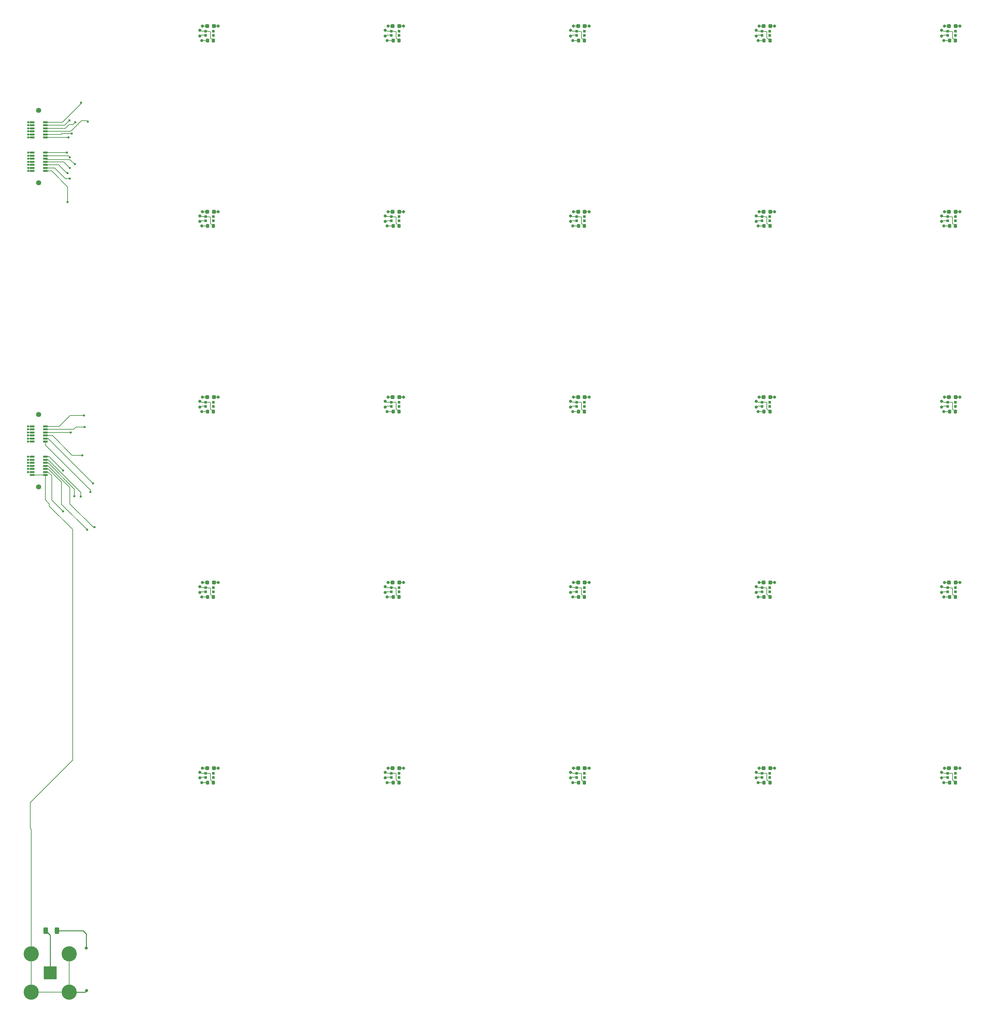
<source format=gbr>
%TF.GenerationSoftware,KiCad,Pcbnew,8.0.2-1*%
%TF.CreationDate,2024-08-01T10:45:17-04:00*%
%TF.ProjectId,OddLayers_1.3mm_SiPM,4f64644c-6179-4657-9273-5f312e336d6d,rev?*%
%TF.SameCoordinates,Original*%
%TF.FileFunction,Copper,L1,Top*%
%TF.FilePolarity,Positive*%
%FSLAX46Y46*%
G04 Gerber Fmt 4.6, Leading zero omitted, Abs format (unit mm)*
G04 Created by KiCad (PCBNEW 8.0.2-1) date 2024-08-01 10:45:17*
%MOMM*%
%LPD*%
G01*
G04 APERTURE LIST*
G04 Aperture macros list*
%AMRoundRect*
0 Rectangle with rounded corners*
0 $1 Rounding radius*
0 $2 $3 $4 $5 $6 $7 $8 $9 X,Y pos of 4 corners*
0 Add a 4 corners polygon primitive as box body*
4,1,4,$2,$3,$4,$5,$6,$7,$8,$9,$2,$3,0*
0 Add four circle primitives for the rounded corners*
1,1,$1+$1,$2,$3*
1,1,$1+$1,$4,$5*
1,1,$1+$1,$6,$7*
1,1,$1+$1,$8,$9*
0 Add four rect primitives between the rounded corners*
20,1,$1+$1,$2,$3,$4,$5,0*
20,1,$1+$1,$4,$5,$6,$7,0*
20,1,$1+$1,$6,$7,$8,$9,0*
20,1,$1+$1,$8,$9,$2,$3,0*%
G04 Aperture macros list end*
%TA.AperFunction,EtchedComponent*%
%ADD10C,0.200000*%
%TD*%
%TA.AperFunction,SMDPad,CuDef*%
%ADD11RoundRect,0.237500X-0.287500X-0.237500X0.287500X-0.237500X0.287500X0.237500X-0.287500X0.237500X0*%
%TD*%
%TA.AperFunction,SMDPad,CuDef*%
%ADD12RoundRect,0.225000X-0.225000X-0.250000X0.225000X-0.250000X0.225000X0.250000X-0.225000X0.250000X0*%
%TD*%
%TA.AperFunction,SMDPad,CuDef*%
%ADD13R,0.700000X0.700000*%
%TD*%
%TA.AperFunction,ComponentPad*%
%ADD14C,0.800000*%
%TD*%
%TA.AperFunction,SMDPad,CuDef*%
%ADD15R,1.200000X0.500000*%
%TD*%
%TA.AperFunction,ComponentPad*%
%ADD16C,1.348000*%
%TD*%
%TA.AperFunction,SMDPad,CuDef*%
%ADD17RoundRect,0.250000X-0.312500X-0.625000X0.312500X-0.625000X0.312500X0.625000X-0.312500X0.625000X0*%
%TD*%
%TA.AperFunction,ComponentPad*%
%ADD18R,3.500000X3.500000*%
%TD*%
%TA.AperFunction,ComponentPad*%
%ADD19C,4.000000*%
%TD*%
%TA.AperFunction,ViaPad*%
%ADD20C,0.800000*%
%TD*%
%TA.AperFunction,ViaPad*%
%ADD21C,0.600000*%
%TD*%
%TA.AperFunction,Conductor*%
%ADD22C,0.250000*%
%TD*%
%TA.AperFunction,Conductor*%
%ADD23C,0.200000*%
%TD*%
G04 APERTURE END LIST*
D10*
%TO.C,REF\u002A\u002A34*%
X297550000Y-167000000D02*
X298100000Y-167250000D01*
X297550000Y-168500000D02*
X298100000Y-168300000D01*
X298100000Y-167250000D02*
X299127500Y-167250000D01*
X298300000Y-165900000D02*
X299525000Y-165915000D01*
X299127500Y-167250000D02*
X300400000Y-167300000D01*
X299127500Y-168300000D02*
X298100000Y-168300000D01*
X299625000Y-169700000D02*
X298100000Y-169700000D01*
X300400000Y-167300000D02*
X300400000Y-169000000D01*
X300400000Y-169000000D02*
X301175000Y-169700000D01*
X301275000Y-165915000D02*
X302400000Y-165900000D01*
%TO.C,REF\u002A\u002A40*%
X102350000Y-264600000D02*
X102900000Y-264850000D01*
X102350000Y-266100000D02*
X102900000Y-265900000D01*
X102900000Y-264850000D02*
X103927500Y-264850000D01*
X103100000Y-263500000D02*
X104325000Y-263515000D01*
X103927500Y-264850000D02*
X105200000Y-264900000D01*
X103927500Y-265900000D02*
X102900000Y-265900000D01*
X104425000Y-267300000D02*
X102900000Y-267300000D01*
X105200000Y-264900000D02*
X105200000Y-266600000D01*
X105200000Y-266600000D02*
X105975000Y-267300000D01*
X106075000Y-263515000D02*
X107200000Y-263500000D01*
%TO.C,REF\u002A\u002A30*%
X102350000Y-167000000D02*
X102900000Y-167250000D01*
X102350000Y-168500000D02*
X102900000Y-168300000D01*
X102900000Y-167250000D02*
X103927500Y-167250000D01*
X103100000Y-165900000D02*
X104325000Y-165915000D01*
X103927500Y-167250000D02*
X105200000Y-167300000D01*
X103927500Y-168300000D02*
X102900000Y-168300000D01*
X104425000Y-169700000D02*
X102900000Y-169700000D01*
X105200000Y-167300000D02*
X105200000Y-169000000D01*
X105200000Y-169000000D02*
X105975000Y-169700000D01*
X106075000Y-165915000D02*
X107200000Y-165900000D01*
%TO.C,REF\u002A\u002A24*%
X297550000Y-69400000D02*
X298100000Y-69650000D01*
X297550000Y-70900000D02*
X298100000Y-70700000D01*
X298100000Y-69650000D02*
X299127500Y-69650000D01*
X298300000Y-68300000D02*
X299525000Y-68315000D01*
X299127500Y-69650000D02*
X300400000Y-69700000D01*
X299127500Y-70700000D02*
X298100000Y-70700000D01*
X299625000Y-72100000D02*
X298100000Y-72100000D01*
X300400000Y-69700000D02*
X300400000Y-71400000D01*
X300400000Y-71400000D02*
X301175000Y-72100000D01*
X301275000Y-68315000D02*
X302400000Y-68300000D01*
%TO.C,REF\u002A\u002A43*%
X248750000Y-264600000D02*
X249300000Y-264850000D01*
X248750000Y-266100000D02*
X249300000Y-265900000D01*
X249300000Y-264850000D02*
X250327500Y-264850000D01*
X249500000Y-263500000D02*
X250725000Y-263515000D01*
X250327500Y-264850000D02*
X251600000Y-264900000D01*
X250327500Y-265900000D02*
X249300000Y-265900000D01*
X250825000Y-267300000D02*
X249300000Y-267300000D01*
X251600000Y-264900000D02*
X251600000Y-266600000D01*
X251600000Y-266600000D02*
X252375000Y-267300000D01*
X252475000Y-263515000D02*
X253600000Y-263500000D01*
%TO.C,REF\u002A\u002A38*%
X248750000Y-215800000D02*
X249300000Y-216050000D01*
X248750000Y-217300000D02*
X249300000Y-217100000D01*
X249300000Y-216050000D02*
X250327500Y-216050000D01*
X249500000Y-214700000D02*
X250725000Y-214715000D01*
X250327500Y-216050000D02*
X251600000Y-216100000D01*
X250327500Y-217100000D02*
X249300000Y-217100000D01*
X250825000Y-218500000D02*
X249300000Y-218500000D01*
X251600000Y-216100000D02*
X251600000Y-217800000D01*
X251600000Y-217800000D02*
X252375000Y-218500000D01*
X252475000Y-214715000D02*
X253600000Y-214700000D01*
%TO.C,REF\u002A\u002A22*%
X199950000Y-69400000D02*
X200500000Y-69650000D01*
X199950000Y-70900000D02*
X200500000Y-70700000D01*
X200500000Y-69650000D02*
X201527500Y-69650000D01*
X200700000Y-68300000D02*
X201925000Y-68315000D01*
X201527500Y-69650000D02*
X202800000Y-69700000D01*
X201527500Y-70700000D02*
X200500000Y-70700000D01*
X202025000Y-72100000D02*
X200500000Y-72100000D01*
X202800000Y-69700000D02*
X202800000Y-71400000D01*
X202800000Y-71400000D02*
X203575000Y-72100000D01*
X203675000Y-68315000D02*
X204800000Y-68300000D01*
%TO.C,REF\u002A\u002A28*%
X248750000Y-118200000D02*
X249300000Y-118450000D01*
X248750000Y-119700000D02*
X249300000Y-119500000D01*
X249300000Y-118450000D02*
X250327500Y-118450000D01*
X249500000Y-117100000D02*
X250725000Y-117115000D01*
X250327500Y-118450000D02*
X251600000Y-118500000D01*
X250327500Y-119500000D02*
X249300000Y-119500000D01*
X250825000Y-120900000D02*
X249300000Y-120900000D01*
X251600000Y-118500000D02*
X251600000Y-120200000D01*
X251600000Y-120200000D02*
X252375000Y-120900000D01*
X252475000Y-117115000D02*
X253600000Y-117100000D01*
%TO.C,REF\u002A\u002A23*%
X248750000Y-69400000D02*
X249300000Y-69650000D01*
X248750000Y-70900000D02*
X249300000Y-70700000D01*
X249300000Y-69650000D02*
X250327500Y-69650000D01*
X249500000Y-68300000D02*
X250725000Y-68315000D01*
X250327500Y-69650000D02*
X251600000Y-69700000D01*
X250327500Y-70700000D02*
X249300000Y-70700000D01*
X250825000Y-72100000D02*
X249300000Y-72100000D01*
X251600000Y-69700000D02*
X251600000Y-71400000D01*
X251600000Y-71400000D02*
X252375000Y-72100000D01*
X252475000Y-68315000D02*
X253600000Y-68300000D01*
%TO.C,REF\u002A\u002A32*%
X199950000Y-167000000D02*
X200500000Y-167250000D01*
X199950000Y-168500000D02*
X200500000Y-168300000D01*
X200500000Y-167250000D02*
X201527500Y-167250000D01*
X200700000Y-165900000D02*
X201925000Y-165915000D01*
X201527500Y-167250000D02*
X202800000Y-167300000D01*
X201527500Y-168300000D02*
X200500000Y-168300000D01*
X202025000Y-169700000D02*
X200500000Y-169700000D01*
X202800000Y-167300000D02*
X202800000Y-169000000D01*
X202800000Y-169000000D02*
X203575000Y-169700000D01*
X203675000Y-165915000D02*
X204800000Y-165900000D01*
%TO.C,REF\u002A\u002A44*%
X297550000Y-264600000D02*
X298100000Y-264850000D01*
X297550000Y-266100000D02*
X298100000Y-265900000D01*
X298100000Y-264850000D02*
X299127500Y-264850000D01*
X298300000Y-263500000D02*
X299525000Y-263515000D01*
X299127500Y-264850000D02*
X300400000Y-264900000D01*
X299127500Y-265900000D02*
X298100000Y-265900000D01*
X299625000Y-267300000D02*
X298100000Y-267300000D01*
X300400000Y-264900000D02*
X300400000Y-266600000D01*
X300400000Y-266600000D02*
X301175000Y-267300000D01*
X301275000Y-263515000D02*
X302400000Y-263500000D01*
%TO.C,REF\u002A\u002A26*%
X151150000Y-118200000D02*
X151700000Y-118450000D01*
X151150000Y-119700000D02*
X151700000Y-119500000D01*
X151700000Y-118450000D02*
X152727500Y-118450000D01*
X151900000Y-117100000D02*
X153125000Y-117115000D01*
X152727500Y-118450000D02*
X154000000Y-118500000D01*
X152727500Y-119500000D02*
X151700000Y-119500000D01*
X153225000Y-120900000D02*
X151700000Y-120900000D01*
X154000000Y-118500000D02*
X154000000Y-120200000D01*
X154000000Y-120200000D02*
X154775000Y-120900000D01*
X154875000Y-117115000D02*
X156000000Y-117100000D01*
%TO.C,REF\u002A\u002A36*%
X151150000Y-215800000D02*
X151700000Y-216050000D01*
X151150000Y-217300000D02*
X151700000Y-217100000D01*
X151700000Y-216050000D02*
X152727500Y-216050000D01*
X151900000Y-214700000D02*
X153125000Y-214715000D01*
X152727500Y-216050000D02*
X154000000Y-216100000D01*
X152727500Y-217100000D02*
X151700000Y-217100000D01*
X153225000Y-218500000D02*
X151700000Y-218500000D01*
X154000000Y-216100000D02*
X154000000Y-217800000D01*
X154000000Y-217800000D02*
X154775000Y-218500000D01*
X154875000Y-214715000D02*
X156000000Y-214700000D01*
%TO.C,REF\u002A\u002A20*%
X102350000Y-69400000D02*
X102900000Y-69650000D01*
X102350000Y-70900000D02*
X102900000Y-70700000D01*
X102900000Y-69650000D02*
X103927500Y-69650000D01*
X103100000Y-68300000D02*
X104325000Y-68315000D01*
X103927500Y-69650000D02*
X105200000Y-69700000D01*
X103927500Y-70700000D02*
X102900000Y-70700000D01*
X104425000Y-72100000D02*
X102900000Y-72100000D01*
X105200000Y-69700000D02*
X105200000Y-71400000D01*
X105200000Y-71400000D02*
X105975000Y-72100000D01*
X106075000Y-68315000D02*
X107200000Y-68300000D01*
%TO.C,REF\u002A\u002A25*%
X102350000Y-118200000D02*
X102900000Y-118450000D01*
X102350000Y-119700000D02*
X102900000Y-119500000D01*
X102900000Y-118450000D02*
X103927500Y-118450000D01*
X103100000Y-117100000D02*
X104325000Y-117115000D01*
X103927500Y-118450000D02*
X105200000Y-118500000D01*
X103927500Y-119500000D02*
X102900000Y-119500000D01*
X104425000Y-120900000D02*
X102900000Y-120900000D01*
X105200000Y-118500000D02*
X105200000Y-120200000D01*
X105200000Y-120200000D02*
X105975000Y-120900000D01*
X106075000Y-117115000D02*
X107200000Y-117100000D01*
%TO.C,REF\u002A\u002A37*%
X199950000Y-215800000D02*
X200500000Y-216050000D01*
X199950000Y-217300000D02*
X200500000Y-217100000D01*
X200500000Y-216050000D02*
X201527500Y-216050000D01*
X200700000Y-214700000D02*
X201925000Y-214715000D01*
X201527500Y-216050000D02*
X202800000Y-216100000D01*
X201527500Y-217100000D02*
X200500000Y-217100000D01*
X202025000Y-218500000D02*
X200500000Y-218500000D01*
X202800000Y-216100000D02*
X202800000Y-217800000D01*
X202800000Y-217800000D02*
X203575000Y-218500000D01*
X203675000Y-214715000D02*
X204800000Y-214700000D01*
%TO.C,REF\u002A\u002A31*%
X151150000Y-167000000D02*
X151700000Y-167250000D01*
X151150000Y-168500000D02*
X151700000Y-168300000D01*
X151700000Y-167250000D02*
X152727500Y-167250000D01*
X151900000Y-165900000D02*
X153125000Y-165915000D01*
X152727500Y-167250000D02*
X154000000Y-167300000D01*
X152727500Y-168300000D02*
X151700000Y-168300000D01*
X153225000Y-169700000D02*
X151700000Y-169700000D01*
X154000000Y-167300000D02*
X154000000Y-169000000D01*
X154000000Y-169000000D02*
X154775000Y-169700000D01*
X154875000Y-165915000D02*
X156000000Y-165900000D01*
%TO.C,REF\u002A\u002A27*%
X199950000Y-118200000D02*
X200500000Y-118450000D01*
X199950000Y-119700000D02*
X200500000Y-119500000D01*
X200500000Y-118450000D02*
X201527500Y-118450000D01*
X200700000Y-117100000D02*
X201925000Y-117115000D01*
X201527500Y-118450000D02*
X202800000Y-118500000D01*
X201527500Y-119500000D02*
X200500000Y-119500000D01*
X202025000Y-120900000D02*
X200500000Y-120900000D01*
X202800000Y-118500000D02*
X202800000Y-120200000D01*
X202800000Y-120200000D02*
X203575000Y-120900000D01*
X203675000Y-117115000D02*
X204800000Y-117100000D01*
%TO.C,REF\u002A\u002A41*%
X151150000Y-264600000D02*
X151700000Y-264850000D01*
X151150000Y-266100000D02*
X151700000Y-265900000D01*
X151700000Y-264850000D02*
X152727500Y-264850000D01*
X151900000Y-263500000D02*
X153125000Y-263515000D01*
X152727500Y-264850000D02*
X154000000Y-264900000D01*
X152727500Y-265900000D02*
X151700000Y-265900000D01*
X153225000Y-267300000D02*
X151700000Y-267300000D01*
X154000000Y-264900000D02*
X154000000Y-266600000D01*
X154000000Y-266600000D02*
X154775000Y-267300000D01*
X154875000Y-263515000D02*
X156000000Y-263500000D01*
%TO.C,REF\u002A\u002A29*%
X297550000Y-118200000D02*
X298100000Y-118450000D01*
X297550000Y-119700000D02*
X298100000Y-119500000D01*
X298100000Y-118450000D02*
X299127500Y-118450000D01*
X298300000Y-117100000D02*
X299525000Y-117115000D01*
X299127500Y-118450000D02*
X300400000Y-118500000D01*
X299127500Y-119500000D02*
X298100000Y-119500000D01*
X299625000Y-120900000D02*
X298100000Y-120900000D01*
X300400000Y-118500000D02*
X300400000Y-120200000D01*
X300400000Y-120200000D02*
X301175000Y-120900000D01*
X301275000Y-117115000D02*
X302400000Y-117100000D01*
%TO.C,REF\u002A\u002A21*%
X151150000Y-69400000D02*
X151700000Y-69650000D01*
X151150000Y-70900000D02*
X151700000Y-70700000D01*
X151700000Y-69650000D02*
X152727500Y-69650000D01*
X151900000Y-68300000D02*
X153125000Y-68315000D01*
X152727500Y-69650000D02*
X154000000Y-69700000D01*
X152727500Y-70700000D02*
X151700000Y-70700000D01*
X153225000Y-72100000D02*
X151700000Y-72100000D01*
X154000000Y-69700000D02*
X154000000Y-71400000D01*
X154000000Y-71400000D02*
X154775000Y-72100000D01*
X154875000Y-68315000D02*
X156000000Y-68300000D01*
%TO.C,REF\u002A\u002A42*%
X199950000Y-264600000D02*
X200500000Y-264850000D01*
X199950000Y-266100000D02*
X200500000Y-265900000D01*
X200500000Y-264850000D02*
X201527500Y-264850000D01*
X200700000Y-263500000D02*
X201925000Y-263515000D01*
X201527500Y-264850000D02*
X202800000Y-264900000D01*
X201527500Y-265900000D02*
X200500000Y-265900000D01*
X202025000Y-267300000D02*
X200500000Y-267300000D01*
X202800000Y-264900000D02*
X202800000Y-266600000D01*
X202800000Y-266600000D02*
X203575000Y-267300000D01*
X203675000Y-263515000D02*
X204800000Y-263500000D01*
%TO.C,REF\u002A\u002A35*%
X102350000Y-215800000D02*
X102900000Y-216050000D01*
X102350000Y-217300000D02*
X102900000Y-217100000D01*
X102900000Y-216050000D02*
X103927500Y-216050000D01*
X103100000Y-214700000D02*
X104325000Y-214715000D01*
X103927500Y-216050000D02*
X105200000Y-216100000D01*
X103927500Y-217100000D02*
X102900000Y-217100000D01*
X104425000Y-218500000D02*
X102900000Y-218500000D01*
X105200000Y-216100000D02*
X105200000Y-217800000D01*
X105200000Y-217800000D02*
X105975000Y-218500000D01*
X106075000Y-214715000D02*
X107200000Y-214700000D01*
%TO.C,REF\u002A\u002A39*%
X297550000Y-215800000D02*
X298100000Y-216050000D01*
X297550000Y-217300000D02*
X298100000Y-217100000D01*
X298100000Y-216050000D02*
X299127500Y-216050000D01*
X298300000Y-214700000D02*
X299525000Y-214715000D01*
X299127500Y-216050000D02*
X300400000Y-216100000D01*
X299127500Y-217100000D02*
X298100000Y-217100000D01*
X299625000Y-218500000D02*
X298100000Y-218500000D01*
X300400000Y-216100000D02*
X300400000Y-217800000D01*
X300400000Y-217800000D02*
X301175000Y-218500000D01*
X301275000Y-214715000D02*
X302400000Y-214700000D01*
%TO.C,REF\u002A\u002A33*%
X248750000Y-167000000D02*
X249300000Y-167250000D01*
X248750000Y-168500000D02*
X249300000Y-168300000D01*
X249300000Y-167250000D02*
X250327500Y-167250000D01*
X249500000Y-165900000D02*
X250725000Y-165915000D01*
X250327500Y-167250000D02*
X251600000Y-167300000D01*
X250327500Y-168300000D02*
X249300000Y-168300000D01*
X250825000Y-169700000D02*
X249300000Y-169700000D01*
X251600000Y-167300000D02*
X251600000Y-169000000D01*
X251600000Y-169000000D02*
X252375000Y-169700000D01*
X252475000Y-165915000D02*
X253600000Y-165900000D01*
%TD*%
D11*
%TO.P,REF\u002A\u002A34,1*%
%TO.N,N/C*%
X299525000Y-165915000D03*
D12*
X299625000Y-169700000D03*
D13*
X301152500Y-167250000D03*
%TO.P,REF\u002A\u002A34,2*%
X299127500Y-167250000D03*
D12*
X301175000Y-169700000D03*
D11*
X301275000Y-165915000D03*
D13*
%TO.P,REF\u002A\u002A34,3*%
X299127500Y-168350000D03*
%TO.P,REF\u002A\u002A34,4*%
X301152500Y-168350000D03*
D14*
%TO.P,REF\u002A\u002A34,5*%
X298300000Y-165900000D03*
%TO.P,REF\u002A\u002A34,6*%
X302400000Y-165900000D03*
%TO.P,REF\u002A\u002A34,7*%
%TO.N,K14*%
X297550000Y-167000000D03*
%TO.P,REF\u002A\u002A34,8*%
%TO.N,A14*%
X297550000Y-168500000D03*
%TO.P,REF\u002A\u002A34,9*%
%TO.N,GND*%
X298100000Y-169700000D03*
%TD*%
D11*
%TO.P,REF\u002A\u002A40,1*%
%TO.N,N/C*%
X104325000Y-263515000D03*
D12*
X104425000Y-267300000D03*
D13*
X105952500Y-264850000D03*
%TO.P,REF\u002A\u002A40,2*%
X103927500Y-264850000D03*
D12*
X105975000Y-267300000D03*
D11*
X106075000Y-263515000D03*
D13*
%TO.P,REF\u002A\u002A40,3*%
X103927500Y-265950000D03*
%TO.P,REF\u002A\u002A40,4*%
X105952500Y-265950000D03*
D14*
%TO.P,REF\u002A\u002A40,5*%
X103100000Y-263500000D03*
%TO.P,REF\u002A\u002A40,6*%
X107200000Y-263500000D03*
%TO.P,REF\u002A\u002A40,7*%
%TO.N,K20*%
X102350000Y-264600000D03*
%TO.P,REF\u002A\u002A40,8*%
%TO.N,A20*%
X102350000Y-266100000D03*
%TO.P,REF\u002A\u002A40,9*%
%TO.N,GND*%
X102900000Y-267300000D03*
%TD*%
D11*
%TO.P,REF\u002A\u002A30,1*%
%TO.N,N/C*%
X104325000Y-165915000D03*
D12*
X104425000Y-169700000D03*
D13*
X105952500Y-167250000D03*
%TO.P,REF\u002A\u002A30,2*%
X103927500Y-167250000D03*
D12*
X105975000Y-169700000D03*
D11*
X106075000Y-165915000D03*
D13*
%TO.P,REF\u002A\u002A30,3*%
X103927500Y-168350000D03*
%TO.P,REF\u002A\u002A30,4*%
X105952500Y-168350000D03*
D14*
%TO.P,REF\u002A\u002A30,5*%
X103100000Y-165900000D03*
%TO.P,REF\u002A\u002A30,6*%
X107200000Y-165900000D03*
%TO.P,REF\u002A\u002A30,7*%
%TO.N,K10*%
X102350000Y-167000000D03*
%TO.P,REF\u002A\u002A30,8*%
%TO.N,A10*%
X102350000Y-168500000D03*
%TO.P,REF\u002A\u002A30,9*%
%TO.N,GND*%
X102900000Y-169700000D03*
%TD*%
D11*
%TO.P,REF\u002A\u002A24,1*%
%TO.N,N/C*%
X299525000Y-68315000D03*
D12*
X299625000Y-72100000D03*
D13*
X301152500Y-69650000D03*
%TO.P,REF\u002A\u002A24,2*%
X299127500Y-69650000D03*
D12*
X301175000Y-72100000D03*
D11*
X301275000Y-68315000D03*
D13*
%TO.P,REF\u002A\u002A24,3*%
X299127500Y-70750000D03*
%TO.P,REF\u002A\u002A24,4*%
X301152500Y-70750000D03*
D14*
%TO.P,REF\u002A\u002A24,5*%
X298300000Y-68300000D03*
%TO.P,REF\u002A\u002A24,6*%
X302400000Y-68300000D03*
%TO.P,REF\u002A\u002A24,7*%
%TO.N,K4*%
X297550000Y-69400000D03*
%TO.P,REF\u002A\u002A24,8*%
%TO.N,A4*%
X297550000Y-70900000D03*
%TO.P,REF\u002A\u002A24,9*%
%TO.N,GND*%
X298100000Y-72100000D03*
%TD*%
D15*
%TO.P,REF\u002A\u002A,01*%
%TO.N,A0*%
X58300000Y-93600000D03*
%TO.P,REF\u002A\u002A,02*%
%TO.N,K0*%
X61700000Y-93600000D03*
%TO.N,A1*%
X58300000Y-94400000D03*
%TO.P,REF\u002A\u002A,04*%
%TO.N,K1*%
X61700000Y-94400000D03*
%TO.P,REF\u002A\u002A,05*%
%TO.N,A2*%
X58300000Y-95200000D03*
%TO.P,REF\u002A\u002A,06*%
%TO.N,K2*%
X61700000Y-95200000D03*
%TO.P,REF\u002A\u002A,07*%
%TO.N,A3*%
X58300000Y-96000000D03*
%TO.P,REF\u002A\u002A,08*%
%TO.N,K3*%
X61700000Y-96000000D03*
%TO.P,REF\u002A\u002A,09*%
%TO.N,A4*%
X58300000Y-96800000D03*
%TO.P,REF\u002A\u002A,10*%
%TO.N,K4*%
X61700000Y-96800000D03*
%TO.P,REF\u002A\u002A,11*%
%TO.N,A5*%
X58300000Y-97600000D03*
%TO.P,REF\u002A\u002A,12*%
%TO.N,K5*%
X61700000Y-97600000D03*
%TO.P,REF\u002A\u002A,13*%
%TO.N,A6*%
X58300000Y-101600000D03*
%TO.P,REF\u002A\u002A,14*%
%TO.N,K6*%
X61700000Y-101600000D03*
%TO.P,REF\u002A\u002A,15*%
%TO.N,A7*%
X58300000Y-102400000D03*
%TO.P,REF\u002A\u002A,16*%
%TO.N,K7*%
X61700000Y-102400000D03*
%TO.P,REF\u002A\u002A,17*%
%TO.N,A8*%
X58300000Y-103200000D03*
%TO.P,REF\u002A\u002A,18*%
%TO.N,K8*%
X61700000Y-103200000D03*
%TO.P,REF\u002A\u002A,19*%
%TO.N,A9*%
X58300000Y-104000000D03*
%TO.P,REF\u002A\u002A,20*%
%TO.N,K9*%
X61700000Y-104000000D03*
%TO.P,REF\u002A\u002A,21*%
%TO.N,A10*%
X58300000Y-104800000D03*
%TO.P,REF\u002A\u002A,22*%
%TO.N,K10*%
X61700000Y-104800000D03*
%TO.P,REF\u002A\u002A,23*%
%TO.N,A11*%
X58300000Y-105600000D03*
%TO.P,REF\u002A\u002A,24*%
%TO.N,K11*%
X61700000Y-105600000D03*
%TO.P,REF\u002A\u002A,25*%
%TO.N,A12*%
X58300000Y-106400000D03*
%TO.P,REF\u002A\u002A,26*%
%TO.N,K12*%
X61700000Y-106400000D03*
D16*
%TO.P,REF\u002A\u002A,S1*%
%TO.N,N/C*%
X60000000Y-90505000D03*
%TO.P,REF\u002A\u002A,S2*%
X60000000Y-109495000D03*
%TD*%
D11*
%TO.P,REF\u002A\u002A43,1*%
%TO.N,N/C*%
X250725000Y-263515000D03*
D12*
X250825000Y-267300000D03*
D13*
X252352500Y-264850000D03*
%TO.P,REF\u002A\u002A43,2*%
X250327500Y-264850000D03*
D12*
X252375000Y-267300000D03*
D11*
X252475000Y-263515000D03*
D13*
%TO.P,REF\u002A\u002A43,3*%
X250327500Y-265950000D03*
%TO.P,REF\u002A\u002A43,4*%
X252352500Y-265950000D03*
D14*
%TO.P,REF\u002A\u002A43,5*%
X249500000Y-263500000D03*
%TO.P,REF\u002A\u002A43,6*%
X253600000Y-263500000D03*
%TO.P,REF\u002A\u002A43,7*%
%TO.N,K23*%
X248750000Y-264600000D03*
%TO.P,REF\u002A\u002A43,8*%
%TO.N,A23*%
X248750000Y-266100000D03*
%TO.P,REF\u002A\u002A43,9*%
%TO.N,GND*%
X249300000Y-267300000D03*
%TD*%
D11*
%TO.P,REF\u002A\u002A38,1*%
%TO.N,N/C*%
X250725000Y-214715000D03*
D12*
X250825000Y-218500000D03*
D13*
X252352500Y-216050000D03*
%TO.P,REF\u002A\u002A38,2*%
X250327500Y-216050000D03*
D12*
X252375000Y-218500000D03*
D11*
X252475000Y-214715000D03*
D13*
%TO.P,REF\u002A\u002A38,3*%
X250327500Y-217150000D03*
%TO.P,REF\u002A\u002A38,4*%
X252352500Y-217150000D03*
D14*
%TO.P,REF\u002A\u002A38,5*%
X249500000Y-214700000D03*
%TO.P,REF\u002A\u002A38,6*%
X253600000Y-214700000D03*
%TO.P,REF\u002A\u002A38,7*%
%TO.N,K18*%
X248750000Y-215800000D03*
%TO.P,REF\u002A\u002A38,8*%
%TO.N,A18*%
X248750000Y-217300000D03*
%TO.P,REF\u002A\u002A38,9*%
%TO.N,GND*%
X249300000Y-218500000D03*
%TD*%
D11*
%TO.P,REF\u002A\u002A22,1*%
%TO.N,N/C*%
X201925000Y-68315000D03*
D12*
X202025000Y-72100000D03*
D13*
X203552500Y-69650000D03*
%TO.P,REF\u002A\u002A22,2*%
X201527500Y-69650000D03*
D12*
X203575000Y-72100000D03*
D11*
X203675000Y-68315000D03*
D13*
%TO.P,REF\u002A\u002A22,3*%
X201527500Y-70750000D03*
%TO.P,REF\u002A\u002A22,4*%
X203552500Y-70750000D03*
D14*
%TO.P,REF\u002A\u002A22,5*%
X200700000Y-68300000D03*
%TO.P,REF\u002A\u002A22,6*%
X204800000Y-68300000D03*
%TO.P,REF\u002A\u002A22,7*%
%TO.N,K2*%
X199950000Y-69400000D03*
%TO.P,REF\u002A\u002A22,8*%
%TO.N,A2*%
X199950000Y-70900000D03*
%TO.P,REF\u002A\u002A22,9*%
%TO.N,GND*%
X200500000Y-72100000D03*
%TD*%
D15*
%TO.P,REF\u002A\u002A,01*%
%TO.N,A13*%
X58300000Y-173600000D03*
%TO.P,REF\u002A\u002A,02*%
%TO.N,K13*%
X61700000Y-173600000D03*
%TO.N,A14*%
X58300000Y-174400000D03*
%TO.P,REF\u002A\u002A,04*%
%TO.N,K14*%
X61700000Y-174400000D03*
%TO.P,REF\u002A\u002A,05*%
%TO.N,A15*%
X58300000Y-175200000D03*
%TO.P,REF\u002A\u002A,06*%
%TO.N,K15*%
X61700000Y-175200000D03*
%TO.P,REF\u002A\u002A,07*%
%TO.N,A16*%
X58300000Y-176000000D03*
%TO.P,REF\u002A\u002A,08*%
%TO.N,K16*%
X61700000Y-176000000D03*
%TO.P,REF\u002A\u002A,09*%
%TO.N,A17*%
X58300000Y-176800000D03*
%TO.P,REF\u002A\u002A,10*%
%TO.N,K17*%
X61700000Y-176800000D03*
%TO.P,REF\u002A\u002A,11*%
%TO.N,A18*%
X58300000Y-177600000D03*
%TO.P,REF\u002A\u002A,12*%
%TO.N,K18*%
X61700000Y-177600000D03*
%TO.P,REF\u002A\u002A,13*%
%TO.N,A19*%
X58300000Y-181600000D03*
%TO.P,REF\u002A\u002A,14*%
%TO.N,K19*%
X61700000Y-181600000D03*
%TO.P,REF\u002A\u002A,15*%
%TO.N,A20*%
X58300000Y-182400000D03*
%TO.P,REF\u002A\u002A,16*%
%TO.N,K20*%
X61700000Y-182400000D03*
%TO.P,REF\u002A\u002A,17*%
%TO.N,A21*%
X58300000Y-183200000D03*
%TO.P,REF\u002A\u002A,18*%
%TO.N,K21*%
X61700000Y-183200000D03*
%TO.P,REF\u002A\u002A,19*%
%TO.N,A22*%
X58300000Y-184000000D03*
%TO.P,REF\u002A\u002A,20*%
%TO.N,K22*%
X61700000Y-184000000D03*
%TO.P,REF\u002A\u002A,21*%
%TO.N,A23*%
X58300000Y-184800000D03*
%TO.P,REF\u002A\u002A,22*%
%TO.N,K23*%
X61700000Y-184800000D03*
%TO.P,REF\u002A\u002A,23*%
%TO.N,A24*%
X58300000Y-185600000D03*
%TO.P,REF\u002A\u002A,24*%
%TO.N,K24*%
X61700000Y-185600000D03*
%TO.P,REF\u002A\u002A,25*%
%TO.N,GND*%
X58300000Y-186400000D03*
%TO.P,REF\u002A\u002A,26*%
X61700000Y-186400000D03*
D16*
%TO.P,REF\u002A\u002A,S1*%
%TO.N,N/C*%
X60000000Y-170505000D03*
%TO.P,REF\u002A\u002A,S2*%
X60000000Y-189495000D03*
%TD*%
D11*
%TO.P,REF\u002A\u002A28,1*%
%TO.N,N/C*%
X250725000Y-117115000D03*
D12*
X250825000Y-120900000D03*
D13*
X252352500Y-118450000D03*
%TO.P,REF\u002A\u002A28,2*%
X250327500Y-118450000D03*
D12*
X252375000Y-120900000D03*
D11*
X252475000Y-117115000D03*
D13*
%TO.P,REF\u002A\u002A28,3*%
X250327500Y-119550000D03*
%TO.P,REF\u002A\u002A28,4*%
X252352500Y-119550000D03*
D14*
%TO.P,REF\u002A\u002A28,5*%
X249500000Y-117100000D03*
%TO.P,REF\u002A\u002A28,6*%
X253600000Y-117100000D03*
%TO.P,REF\u002A\u002A28,7*%
%TO.N,K8*%
X248750000Y-118200000D03*
%TO.P,REF\u002A\u002A28,8*%
%TO.N,A8*%
X248750000Y-119700000D03*
%TO.P,REF\u002A\u002A28,9*%
%TO.N,GND*%
X249300000Y-120900000D03*
%TD*%
D11*
%TO.P,REF\u002A\u002A23,1*%
%TO.N,N/C*%
X250725000Y-68315000D03*
D12*
X250825000Y-72100000D03*
D13*
X252352500Y-69650000D03*
%TO.P,REF\u002A\u002A23,2*%
X250327500Y-69650000D03*
D12*
X252375000Y-72100000D03*
D11*
X252475000Y-68315000D03*
D13*
%TO.P,REF\u002A\u002A23,3*%
X250327500Y-70750000D03*
%TO.P,REF\u002A\u002A23,4*%
X252352500Y-70750000D03*
D14*
%TO.P,REF\u002A\u002A23,5*%
X249500000Y-68300000D03*
%TO.P,REF\u002A\u002A23,6*%
X253600000Y-68300000D03*
%TO.P,REF\u002A\u002A23,7*%
%TO.N,K3*%
X248750000Y-69400000D03*
%TO.P,REF\u002A\u002A23,8*%
%TO.N,A3*%
X248750000Y-70900000D03*
%TO.P,REF\u002A\u002A23,9*%
%TO.N,GND*%
X249300000Y-72100000D03*
%TD*%
D11*
%TO.P,REF\u002A\u002A32,1*%
%TO.N,N/C*%
X201925000Y-165915000D03*
D12*
X202025000Y-169700000D03*
D13*
X203552500Y-167250000D03*
%TO.P,REF\u002A\u002A32,2*%
X201527500Y-167250000D03*
D12*
X203575000Y-169700000D03*
D11*
X203675000Y-165915000D03*
D13*
%TO.P,REF\u002A\u002A32,3*%
X201527500Y-168350000D03*
%TO.P,REF\u002A\u002A32,4*%
X203552500Y-168350000D03*
D14*
%TO.P,REF\u002A\u002A32,5*%
X200700000Y-165900000D03*
%TO.P,REF\u002A\u002A32,6*%
X204800000Y-165900000D03*
%TO.P,REF\u002A\u002A32,7*%
%TO.N,K12*%
X199950000Y-167000000D03*
%TO.P,REF\u002A\u002A32,8*%
%TO.N,A12*%
X199950000Y-168500000D03*
%TO.P,REF\u002A\u002A32,9*%
%TO.N,GND*%
X200500000Y-169700000D03*
%TD*%
D11*
%TO.P,REF\u002A\u002A44,1*%
%TO.N,N/C*%
X299525000Y-263515000D03*
D12*
X299625000Y-267300000D03*
D13*
X301152500Y-264850000D03*
%TO.P,REF\u002A\u002A44,2*%
X299127500Y-264850000D03*
D12*
X301175000Y-267300000D03*
D11*
X301275000Y-263515000D03*
D13*
%TO.P,REF\u002A\u002A44,3*%
X299127500Y-265950000D03*
%TO.P,REF\u002A\u002A44,4*%
X301152500Y-265950000D03*
D14*
%TO.P,REF\u002A\u002A44,5*%
X298300000Y-263500000D03*
%TO.P,REF\u002A\u002A44,6*%
X302400000Y-263500000D03*
%TO.P,REF\u002A\u002A44,7*%
%TO.N,K24*%
X297550000Y-264600000D03*
%TO.P,REF\u002A\u002A44,8*%
%TO.N,A24*%
X297550000Y-266100000D03*
%TO.P,REF\u002A\u002A44,9*%
%TO.N,GND*%
X298100000Y-267300000D03*
%TD*%
D11*
%TO.P,REF\u002A\u002A26,1*%
%TO.N,N/C*%
X153125000Y-117115000D03*
D12*
X153225000Y-120900000D03*
D13*
X154752500Y-118450000D03*
%TO.P,REF\u002A\u002A26,2*%
X152727500Y-118450000D03*
D12*
X154775000Y-120900000D03*
D11*
X154875000Y-117115000D03*
D13*
%TO.P,REF\u002A\u002A26,3*%
X152727500Y-119550000D03*
%TO.P,REF\u002A\u002A26,4*%
X154752500Y-119550000D03*
D14*
%TO.P,REF\u002A\u002A26,5*%
X151900000Y-117100000D03*
%TO.P,REF\u002A\u002A26,6*%
X156000000Y-117100000D03*
%TO.P,REF\u002A\u002A26,7*%
%TO.N,K6*%
X151150000Y-118200000D03*
%TO.P,REF\u002A\u002A26,8*%
%TO.N,A6*%
X151150000Y-119700000D03*
%TO.P,REF\u002A\u002A26,9*%
%TO.N,GND*%
X151700000Y-120900000D03*
%TD*%
D11*
%TO.P,REF\u002A\u002A36,1*%
%TO.N,N/C*%
X153125000Y-214715000D03*
D12*
X153225000Y-218500000D03*
D13*
X154752500Y-216050000D03*
%TO.P,REF\u002A\u002A36,2*%
X152727500Y-216050000D03*
D12*
X154775000Y-218500000D03*
D11*
X154875000Y-214715000D03*
D13*
%TO.P,REF\u002A\u002A36,3*%
X152727500Y-217150000D03*
%TO.P,REF\u002A\u002A36,4*%
X154752500Y-217150000D03*
D14*
%TO.P,REF\u002A\u002A36,5*%
X151900000Y-214700000D03*
%TO.P,REF\u002A\u002A36,6*%
X156000000Y-214700000D03*
%TO.P,REF\u002A\u002A36,7*%
%TO.N,K16*%
X151150000Y-215800000D03*
%TO.P,REF\u002A\u002A36,8*%
%TO.N,A16*%
X151150000Y-217300000D03*
%TO.P,REF\u002A\u002A36,9*%
%TO.N,GND*%
X151700000Y-218500000D03*
%TD*%
D11*
%TO.P,REF\u002A\u002A20,1*%
%TO.N,N/C*%
X104325000Y-68315000D03*
D12*
X104425000Y-72100000D03*
D13*
X105952500Y-69650000D03*
%TO.P,REF\u002A\u002A20,2*%
X103927500Y-69650000D03*
D12*
X105975000Y-72100000D03*
D11*
X106075000Y-68315000D03*
D13*
%TO.P,REF\u002A\u002A20,3*%
X103927500Y-70750000D03*
%TO.P,REF\u002A\u002A20,4*%
X105952500Y-70750000D03*
D14*
%TO.P,REF\u002A\u002A20,5*%
%TO.N,GND*%
X103100000Y-68300000D03*
%TO.P,REF\u002A\u002A20,6*%
%TO.N,N/C*%
X107200000Y-68300000D03*
%TO.P,REF\u002A\u002A20,7*%
%TO.N,K0*%
X102350000Y-69400000D03*
%TO.P,REF\u002A\u002A20,8*%
%TO.N,A0*%
X102350000Y-70900000D03*
%TO.P,REF\u002A\u002A20,9*%
%TO.N,GND*%
X102900000Y-72100000D03*
%TD*%
D11*
%TO.P,REF\u002A\u002A25,1*%
%TO.N,N/C*%
X104325000Y-117115000D03*
D12*
X104425000Y-120900000D03*
D13*
X105952500Y-118450000D03*
%TO.P,REF\u002A\u002A25,2*%
X103927500Y-118450000D03*
D12*
X105975000Y-120900000D03*
D11*
X106075000Y-117115000D03*
D13*
%TO.P,REF\u002A\u002A25,3*%
X103927500Y-119550000D03*
%TO.P,REF\u002A\u002A25,4*%
X105952500Y-119550000D03*
D14*
%TO.P,REF\u002A\u002A25,5*%
X103100000Y-117100000D03*
%TO.P,REF\u002A\u002A25,6*%
X107200000Y-117100000D03*
%TO.P,REF\u002A\u002A25,7*%
%TO.N,K5*%
X102350000Y-118200000D03*
%TO.P,REF\u002A\u002A25,8*%
%TO.N,A5*%
X102350000Y-119700000D03*
%TO.P,REF\u002A\u002A25,9*%
%TO.N,GND*%
X102900000Y-120900000D03*
%TD*%
D11*
%TO.P,REF\u002A\u002A37,1*%
%TO.N,N/C*%
X201925000Y-214715000D03*
D12*
X202025000Y-218500000D03*
D13*
X203552500Y-216050000D03*
%TO.P,REF\u002A\u002A37,2*%
X201527500Y-216050000D03*
D12*
X203575000Y-218500000D03*
D11*
X203675000Y-214715000D03*
D13*
%TO.P,REF\u002A\u002A37,3*%
X201527500Y-217150000D03*
%TO.P,REF\u002A\u002A37,4*%
X203552500Y-217150000D03*
D14*
%TO.P,REF\u002A\u002A37,5*%
X200700000Y-214700000D03*
%TO.P,REF\u002A\u002A37,6*%
X204800000Y-214700000D03*
%TO.P,REF\u002A\u002A37,7*%
%TO.N,K17*%
X199950000Y-215800000D03*
%TO.P,REF\u002A\u002A37,8*%
%TO.N,A17*%
X199950000Y-217300000D03*
%TO.P,REF\u002A\u002A37,9*%
%TO.N,GND*%
X200500000Y-218500000D03*
%TD*%
D11*
%TO.P,REF\u002A\u002A31,1*%
%TO.N,N/C*%
X153125000Y-165915000D03*
D12*
X153225000Y-169700000D03*
D13*
X154752500Y-167250000D03*
%TO.P,REF\u002A\u002A31,2*%
X152727500Y-167250000D03*
D12*
X154775000Y-169700000D03*
D11*
X154875000Y-165915000D03*
D13*
%TO.P,REF\u002A\u002A31,3*%
X152727500Y-168350000D03*
%TO.P,REF\u002A\u002A31,4*%
X154752500Y-168350000D03*
D14*
%TO.P,REF\u002A\u002A31,5*%
X151900000Y-165900000D03*
%TO.P,REF\u002A\u002A31,6*%
X156000000Y-165900000D03*
%TO.P,REF\u002A\u002A31,7*%
%TO.N,K11*%
X151150000Y-167000000D03*
%TO.P,REF\u002A\u002A31,8*%
%TO.N,A11*%
X151150000Y-168500000D03*
%TO.P,REF\u002A\u002A31,9*%
%TO.N,GND*%
X151700000Y-169700000D03*
%TD*%
D11*
%TO.P,REF\u002A\u002A27,1*%
%TO.N,N/C*%
X201925000Y-117115000D03*
D12*
X202025000Y-120900000D03*
D13*
X203552500Y-118450000D03*
%TO.P,REF\u002A\u002A27,2*%
X201527500Y-118450000D03*
D12*
X203575000Y-120900000D03*
D11*
X203675000Y-117115000D03*
D13*
%TO.P,REF\u002A\u002A27,3*%
X201527500Y-119550000D03*
%TO.P,REF\u002A\u002A27,4*%
X203552500Y-119550000D03*
D14*
%TO.P,REF\u002A\u002A27,5*%
X200700000Y-117100000D03*
%TO.P,REF\u002A\u002A27,6*%
X204800000Y-117100000D03*
%TO.P,REF\u002A\u002A27,7*%
%TO.N,K7*%
X199950000Y-118200000D03*
%TO.P,REF\u002A\u002A27,8*%
%TO.N,A7*%
X199950000Y-119700000D03*
%TO.P,REF\u002A\u002A27,9*%
%TO.N,GND*%
X200500000Y-120900000D03*
%TD*%
D11*
%TO.P,REF\u002A\u002A41,1*%
%TO.N,N/C*%
X153125000Y-263515000D03*
D12*
X153225000Y-267300000D03*
D13*
X154752500Y-264850000D03*
%TO.P,REF\u002A\u002A41,2*%
X152727500Y-264850000D03*
D12*
X154775000Y-267300000D03*
D11*
X154875000Y-263515000D03*
D13*
%TO.P,REF\u002A\u002A41,3*%
X152727500Y-265950000D03*
%TO.P,REF\u002A\u002A41,4*%
X154752500Y-265950000D03*
D14*
%TO.P,REF\u002A\u002A41,5*%
X151900000Y-263500000D03*
%TO.P,REF\u002A\u002A41,6*%
X156000000Y-263500000D03*
%TO.P,REF\u002A\u002A41,7*%
%TO.N,K21*%
X151150000Y-264600000D03*
%TO.P,REF\u002A\u002A41,8*%
%TO.N,A21*%
X151150000Y-266100000D03*
%TO.P,REF\u002A\u002A41,9*%
%TO.N,GND*%
X151700000Y-267300000D03*
%TD*%
D11*
%TO.P,REF\u002A\u002A29,1*%
%TO.N,N/C*%
X299525000Y-117115000D03*
D12*
X299625000Y-120900000D03*
D13*
X301152500Y-118450000D03*
%TO.P,REF\u002A\u002A29,2*%
X299127500Y-118450000D03*
D12*
X301175000Y-120900000D03*
D11*
X301275000Y-117115000D03*
D13*
%TO.P,REF\u002A\u002A29,3*%
X299127500Y-119550000D03*
%TO.P,REF\u002A\u002A29,4*%
X301152500Y-119550000D03*
D14*
%TO.P,REF\u002A\u002A29,5*%
X298300000Y-117100000D03*
%TO.P,REF\u002A\u002A29,6*%
X302400000Y-117100000D03*
%TO.P,REF\u002A\u002A29,7*%
%TO.N,K9*%
X297550000Y-118200000D03*
%TO.P,REF\u002A\u002A29,8*%
%TO.N,A9*%
X297550000Y-119700000D03*
%TO.P,REF\u002A\u002A29,9*%
%TO.N,GND*%
X298100000Y-120900000D03*
%TD*%
D17*
%TO.P,50 \u03A9,1*%
%TO.N,N/C*%
X61837500Y-306300000D03*
%TO.P,50 \u03A9,2*%
X64762500Y-306300000D03*
%TD*%
D11*
%TO.P,REF\u002A\u002A21,1*%
%TO.N,N/C*%
X153125000Y-68315000D03*
D12*
X153225000Y-72100000D03*
D13*
X154752500Y-69650000D03*
%TO.P,REF\u002A\u002A21,2*%
X152727500Y-69650000D03*
D12*
X154775000Y-72100000D03*
D11*
X154875000Y-68315000D03*
D13*
%TO.P,REF\u002A\u002A21,3*%
X152727500Y-70750000D03*
%TO.P,REF\u002A\u002A21,4*%
X154752500Y-70750000D03*
D14*
%TO.P,REF\u002A\u002A21,5*%
X151900000Y-68300000D03*
%TO.P,REF\u002A\u002A21,6*%
X156000000Y-68300000D03*
%TO.P,REF\u002A\u002A21,7*%
%TO.N,K1*%
X151150000Y-69400000D03*
%TO.P,REF\u002A\u002A21,8*%
%TO.N,A1*%
X151150000Y-70900000D03*
%TO.P,REF\u002A\u002A21,9*%
%TO.N,GND*%
X151700000Y-72100000D03*
%TD*%
D18*
%TO.P,LEDs,1*%
%TO.N,N/C*%
X63000000Y-317400000D03*
D19*
%TO.P,LEDs,2*%
%TO.N,GND*%
X57975000Y-322425000D03*
X68025000Y-322425000D03*
X57975000Y-312375000D03*
X68025000Y-312375000D03*
%TD*%
D11*
%TO.P,REF\u002A\u002A42,1*%
%TO.N,N/C*%
X201925000Y-263515000D03*
D12*
X202025000Y-267300000D03*
D13*
X203552500Y-264850000D03*
%TO.P,REF\u002A\u002A42,2*%
X201527500Y-264850000D03*
D12*
X203575000Y-267300000D03*
D11*
X203675000Y-263515000D03*
D13*
%TO.P,REF\u002A\u002A42,3*%
X201527500Y-265950000D03*
%TO.P,REF\u002A\u002A42,4*%
X203552500Y-265950000D03*
D14*
%TO.P,REF\u002A\u002A42,5*%
X200700000Y-263500000D03*
%TO.P,REF\u002A\u002A42,6*%
X204800000Y-263500000D03*
%TO.P,REF\u002A\u002A42,7*%
%TO.N,K22*%
X199950000Y-264600000D03*
%TO.P,REF\u002A\u002A42,8*%
%TO.N,A22*%
X199950000Y-266100000D03*
%TO.P,REF\u002A\u002A42,9*%
%TO.N,GND*%
X200500000Y-267300000D03*
%TD*%
D11*
%TO.P,REF\u002A\u002A35,1*%
%TO.N,N/C*%
X104325000Y-214715000D03*
D12*
X104425000Y-218500000D03*
D13*
X105952500Y-216050000D03*
%TO.P,REF\u002A\u002A35,2*%
X103927500Y-216050000D03*
D12*
X105975000Y-218500000D03*
D11*
X106075000Y-214715000D03*
D13*
%TO.P,REF\u002A\u002A35,3*%
X103927500Y-217150000D03*
%TO.P,REF\u002A\u002A35,4*%
X105952500Y-217150000D03*
D14*
%TO.P,REF\u002A\u002A35,5*%
X103100000Y-214700000D03*
%TO.P,REF\u002A\u002A35,6*%
X107200000Y-214700000D03*
%TO.P,REF\u002A\u002A35,7*%
%TO.N,K15*%
X102350000Y-215800000D03*
%TO.P,REF\u002A\u002A35,8*%
%TO.N,A15*%
X102350000Y-217300000D03*
%TO.P,REF\u002A\u002A35,9*%
%TO.N,GND*%
X102900000Y-218500000D03*
%TD*%
D11*
%TO.P,REF\u002A\u002A39,1*%
%TO.N,N/C*%
X299525000Y-214715000D03*
D12*
X299625000Y-218500000D03*
D13*
X301152500Y-216050000D03*
%TO.P,REF\u002A\u002A39,2*%
X299127500Y-216050000D03*
D12*
X301175000Y-218500000D03*
D11*
X301275000Y-214715000D03*
D13*
%TO.P,REF\u002A\u002A39,3*%
X299127500Y-217150000D03*
%TO.P,REF\u002A\u002A39,4*%
X301152500Y-217150000D03*
D14*
%TO.P,REF\u002A\u002A39,5*%
X298300000Y-214700000D03*
%TO.P,REF\u002A\u002A39,6*%
X302400000Y-214700000D03*
%TO.P,REF\u002A\u002A39,7*%
%TO.N,K19*%
X297550000Y-215800000D03*
%TO.P,REF\u002A\u002A39,8*%
%TO.N,A19*%
X297550000Y-217300000D03*
%TO.P,REF\u002A\u002A39,9*%
%TO.N,GND*%
X298100000Y-218500000D03*
%TD*%
D11*
%TO.P,REF\u002A\u002A33,1*%
%TO.N,N/C*%
X250725000Y-165915000D03*
D12*
X250825000Y-169700000D03*
D13*
X252352500Y-167250000D03*
%TO.P,REF\u002A\u002A33,2*%
X250327500Y-167250000D03*
D12*
X252375000Y-169700000D03*
D11*
X252475000Y-165915000D03*
D13*
%TO.P,REF\u002A\u002A33,3*%
X250327500Y-168350000D03*
%TO.P,REF\u002A\u002A33,4*%
X252352500Y-168350000D03*
D14*
%TO.P,REF\u002A\u002A33,5*%
X249500000Y-165900000D03*
%TO.P,REF\u002A\u002A33,6*%
X253600000Y-165900000D03*
%TO.P,REF\u002A\u002A33,7*%
%TO.N,K13*%
X248750000Y-167000000D03*
%TO.P,REF\u002A\u002A33,8*%
%TO.N,A13*%
X248750000Y-168500000D03*
%TO.P,REF\u002A\u002A33,9*%
%TO.N,GND*%
X249300000Y-169700000D03*
%TD*%
D20*
%TO.N,*%
X72500000Y-310900000D03*
%TO.N,GND*%
X72600000Y-322000000D03*
D21*
%TO.N,K0*%
X71100000Y-88400000D03*
%TO.N,A0*%
X57250000Y-93600000D03*
%TO.N,K1*%
X68124265Y-93124265D03*
%TO.N,A1*%
X57250000Y-94400000D03*
%TO.N,K2*%
X69600000Y-93600000D03*
%TO.N,A2*%
X57250000Y-95200000D03*
%TO.N,K3*%
X72900000Y-93400000D03*
%TO.N,A3*%
X57250000Y-96000000D03*
%TO.N,K4*%
X68700000Y-96600000D03*
%TO.N,A4*%
X57250000Y-96800000D03*
%TO.N,K5*%
X67800000Y-97600000D03*
%TO.N,A5*%
X57250000Y-97600000D03*
%TO.N,K6*%
X67400000Y-101600000D03*
%TO.N,A6*%
X57250000Y-101600000D03*
%TO.N,K7*%
X68200000Y-102800000D03*
%TO.N,A7*%
X57250000Y-102400000D03*
%TO.N,K8*%
X69500000Y-104600000D03*
%TO.N,A8*%
X57250000Y-103200000D03*
%TO.N,K9*%
X68200000Y-105600000D03*
%TO.N,A9*%
X57250000Y-104000000D03*
%TO.N,A10*%
X57250000Y-104800000D03*
%TO.N,K10*%
X67600000Y-107000000D03*
%TO.N,A11*%
X57250000Y-105600000D03*
%TO.N,K11*%
X68200000Y-108400000D03*
%TO.N,A12*%
X57250000Y-106400000D03*
%TO.N,K12*%
X67600000Y-114600000D03*
%TO.N,K14*%
X72100000Y-173800000D03*
%TO.N,A14*%
X57200000Y-174400000D03*
%TO.N,K13*%
X71900000Y-170700000D03*
%TO.N,A13*%
X57200000Y-173600000D03*
%TO.N,K15*%
X68400000Y-175200000D03*
%TO.N,A15*%
X57200000Y-175200000D03*
%TO.N,K16*%
X71500000Y-181200000D03*
%TO.N,A16*%
X57200000Y-176000000D03*
%TO.N,K17*%
X74300000Y-188600000D03*
%TO.N,A17*%
X57200000Y-176800000D03*
%TO.N,K18*%
X73600000Y-190900000D03*
%TO.N,A18*%
X57200000Y-177600000D03*
%TO.N,K19*%
X66400000Y-185200000D03*
%TO.N,A19*%
X57200000Y-181600000D03*
%TO.N,K20*%
X71067156Y-192032844D03*
%TO.N,A20*%
X57200000Y-182400000D03*
%TO.N,K21*%
X69400000Y-192000000D03*
%TO.N,A21*%
X57200000Y-183200000D03*
%TO.N,K22*%
X74700000Y-200150000D03*
%TO.N,A22*%
X57200000Y-184000000D03*
%TO.N,K23*%
X72723904Y-200824274D03*
%TO.N,A23*%
X57200000Y-184800000D03*
%TO.N,K24*%
X66400000Y-196000000D03*
%TO.N,A24*%
X57200000Y-185600000D03*
%TD*%
D22*
%TO.N,*%
X71662500Y-306300000D02*
X64762500Y-306300000D01*
X72500000Y-307137500D02*
X71662500Y-306300000D01*
X63000000Y-317400000D02*
X63000000Y-307462500D01*
X72500000Y-310900000D02*
X72500000Y-307137500D01*
X63000000Y-307462500D02*
X61837500Y-306300000D01*
D23*
%TO.N,GND*%
X62800000Y-194000000D02*
X62800000Y-194600000D01*
X68900000Y-200700000D02*
X68900000Y-261450000D01*
X57975000Y-322425000D02*
X57975000Y-312375000D01*
X62800000Y-194600000D02*
X68900000Y-200700000D01*
X57975000Y-279575000D02*
X57975000Y-312375000D01*
X57800000Y-279400000D02*
X57975000Y-279575000D01*
X57800000Y-272550000D02*
X57800000Y-279400000D01*
X61700000Y-186400000D02*
X61700000Y-192900000D01*
D22*
X72600000Y-322000000D02*
X72175000Y-322425000D01*
D23*
X58300000Y-186400000D02*
X61700000Y-186400000D01*
X68025000Y-322425000D02*
X57975000Y-322425000D01*
X68025000Y-312375000D02*
X68025000Y-322425000D01*
D22*
X72175000Y-322425000D02*
X68025000Y-322425000D01*
D23*
X68900000Y-261450000D02*
X57800000Y-272550000D01*
X61700000Y-192900000D02*
X62800000Y-194000000D01*
%TO.N,K0*%
X66200000Y-93600000D02*
X61700000Y-93600000D01*
X71100000Y-88700000D02*
X66200000Y-93600000D01*
X71100000Y-88400000D02*
X71100000Y-88700000D01*
%TO.N,A0*%
X58350000Y-93600000D02*
X57250000Y-93600000D01*
%TO.N,K1*%
X66848530Y-94400000D02*
X61700000Y-94400000D01*
X68124265Y-93124265D02*
X66848530Y-94400000D01*
%TO.N,A1*%
X58350000Y-94400000D02*
X57250000Y-94400000D01*
%TO.N,K2*%
X68000000Y-94200000D02*
X67000000Y-95200000D01*
X69000000Y-94200000D02*
X68000000Y-94200000D01*
X69600000Y-93600000D02*
X69000000Y-94200000D01*
X67000000Y-95200000D02*
X61700000Y-95200000D01*
%TO.N,A2*%
X58350000Y-95200000D02*
X57250000Y-95200000D01*
%TO.N,K3*%
X72700000Y-93200000D02*
X72900000Y-93400000D01*
X71200000Y-93200000D02*
X68400000Y-96000000D01*
X71200000Y-93200000D02*
X72700000Y-93200000D01*
X68400000Y-96000000D02*
X61700000Y-96000000D01*
%TO.N,A3*%
X58350000Y-96000000D02*
X57250000Y-96000000D01*
%TO.N,K4*%
X68700000Y-96600000D02*
X66100000Y-96600000D01*
X66100000Y-96600000D02*
X65900000Y-96800000D01*
X65900000Y-96800000D02*
X61700000Y-96800000D01*
%TO.N,A4*%
X58350000Y-96800000D02*
X57250000Y-96800000D01*
%TO.N,K5*%
X61700000Y-97600000D02*
X67800000Y-97600000D01*
%TO.N,A5*%
X58350000Y-97600000D02*
X57250000Y-97600000D01*
%TO.N,K6*%
X67400000Y-101600000D02*
X61700000Y-101600000D01*
%TO.N,A6*%
X58350000Y-101600000D02*
X57250000Y-101600000D01*
%TO.N,K7*%
X67800000Y-102400000D02*
X61700000Y-102400000D01*
X68200000Y-102800000D02*
X67800000Y-102400000D01*
%TO.N,A7*%
X58350000Y-102400000D02*
X57250000Y-102400000D01*
%TO.N,K8*%
X69500000Y-104700000D02*
X68200000Y-103400000D01*
X69400000Y-104600000D02*
X69500000Y-104600000D01*
X69500000Y-104600000D02*
X69500000Y-104700000D01*
X61900000Y-103400000D02*
X61700000Y-103200000D01*
X69400000Y-104600000D02*
X69400000Y-104600000D01*
X68200000Y-103400000D02*
X61900000Y-103400000D01*
%TO.N,A8*%
X58350000Y-103200000D02*
X57250000Y-103200000D01*
%TO.N,K9*%
X68200000Y-105600000D02*
X66600000Y-104000000D01*
X66600000Y-104000000D02*
X61700000Y-104000000D01*
%TO.N,A9*%
X58350000Y-104000000D02*
X57250000Y-104000000D01*
%TO.N,A10*%
X58350000Y-104800000D02*
X57250000Y-104800000D01*
%TO.N,K10*%
X65200000Y-104800000D02*
X61700000Y-104800000D01*
X67400000Y-107000000D02*
X65200000Y-104800000D01*
X67600000Y-107000000D02*
X67400000Y-107000000D01*
%TO.N,A11*%
X58350000Y-105600000D02*
X57250000Y-105600000D01*
%TO.N,K11*%
X67000000Y-108400000D02*
X64200000Y-105600000D01*
X68200000Y-108400000D02*
X67000000Y-108400000D01*
X64200000Y-105600000D02*
X61700000Y-105600000D01*
%TO.N,A12*%
X58350000Y-106400000D02*
X57250000Y-106400000D01*
%TO.N,K12*%
X67600000Y-110600000D02*
X63400000Y-106400000D01*
X67600000Y-114600000D02*
X67600000Y-110600000D01*
X63400000Y-106400000D02*
X61700000Y-106400000D01*
%TO.N,K14*%
X69200000Y-174400000D02*
X61700000Y-174400000D01*
X69800000Y-173800000D02*
X69200000Y-174400000D01*
X72100000Y-173800000D02*
X69800000Y-173800000D01*
X72000000Y-173700000D02*
X72100000Y-173800000D01*
%TO.N,A14*%
X58300000Y-174400000D02*
X57200000Y-174400000D01*
%TO.N,K13*%
X71900000Y-170700000D02*
X68300000Y-170700000D01*
X65400000Y-173600000D02*
X61700000Y-173600000D01*
X68300000Y-170700000D02*
X65400000Y-173600000D01*
%TO.N,A13*%
X58300000Y-173600000D02*
X57200000Y-173600000D01*
%TO.N,K15*%
X61700000Y-175200000D02*
X68400000Y-175200000D01*
%TO.N,A15*%
X58300000Y-175200000D02*
X57200000Y-175200000D01*
%TO.N,K16*%
X68800000Y-181200000D02*
X63600000Y-176000000D01*
X71500000Y-181200000D02*
X68800000Y-181200000D01*
X63600000Y-176000000D02*
X61700000Y-176000000D01*
%TO.N,A16*%
X58300000Y-176000000D02*
X57200000Y-176000000D01*
%TO.N,K17*%
X74300000Y-188600000D02*
X62500000Y-176800000D01*
X62500000Y-176800000D02*
X61700000Y-176800000D01*
X74400000Y-188700000D02*
X74300000Y-188600000D01*
%TO.N,A17*%
X58300000Y-176800000D02*
X57200000Y-176800000D01*
%TO.N,K18*%
X61700000Y-178500000D02*
X61700000Y-177600000D01*
X73600000Y-190900000D02*
X73600000Y-190400000D01*
X73600000Y-190400000D02*
X61700000Y-178500000D01*
%TO.N,A18*%
X58300000Y-177600000D02*
X57200000Y-177600000D01*
%TO.N,K19*%
X66400000Y-185200000D02*
X62800000Y-181600000D01*
X62800000Y-181600000D02*
X61700000Y-181600000D01*
%TO.N,A19*%
X58300000Y-181600000D02*
X57200000Y-181600000D01*
%TO.N,K20*%
X71067156Y-190967156D02*
X62500000Y-182400000D01*
X62500000Y-182400000D02*
X61700000Y-182400000D01*
X71067156Y-192032844D02*
X71067156Y-190967156D01*
%TO.N,A20*%
X58300000Y-182400000D02*
X57200000Y-182400000D01*
%TO.N,K21*%
X69400000Y-190100000D02*
X62500000Y-183200000D01*
X62500000Y-183200000D02*
X61700000Y-183200000D01*
X69400000Y-192000000D02*
X69400000Y-190100000D01*
%TO.N,A21*%
X58300000Y-183200000D02*
X57200000Y-183200000D01*
%TO.N,K22*%
X74350000Y-200150000D02*
X68200000Y-194000000D01*
X68200000Y-194000000D02*
X68200000Y-189700000D01*
X68200000Y-189700000D02*
X62500000Y-184000000D01*
X74700000Y-200150000D02*
X74350000Y-200150000D01*
X62500000Y-184000000D02*
X61700000Y-184000000D01*
%TO.N,A22*%
X58300000Y-184000000D02*
X57200000Y-184000000D01*
%TO.N,K23*%
X62500000Y-184800000D02*
X61700000Y-184800000D01*
X66000000Y-194100370D02*
X66000000Y-188300000D01*
X66000000Y-188300000D02*
X62500000Y-184800000D01*
X72723904Y-200824274D02*
X66000000Y-194100370D01*
%TO.N,A23*%
X58300000Y-184800000D02*
X57200000Y-184800000D01*
%TO.N,K24*%
X63400000Y-193000000D02*
X63400000Y-186600000D01*
X62400000Y-185600000D02*
X61700000Y-185600000D01*
X66400000Y-196000000D02*
X63400000Y-193000000D01*
X63400000Y-186600000D02*
X62400000Y-185600000D01*
%TO.N,A24*%
X58300000Y-185600000D02*
X57200000Y-185600000D01*
%TD*%
M02*

</source>
